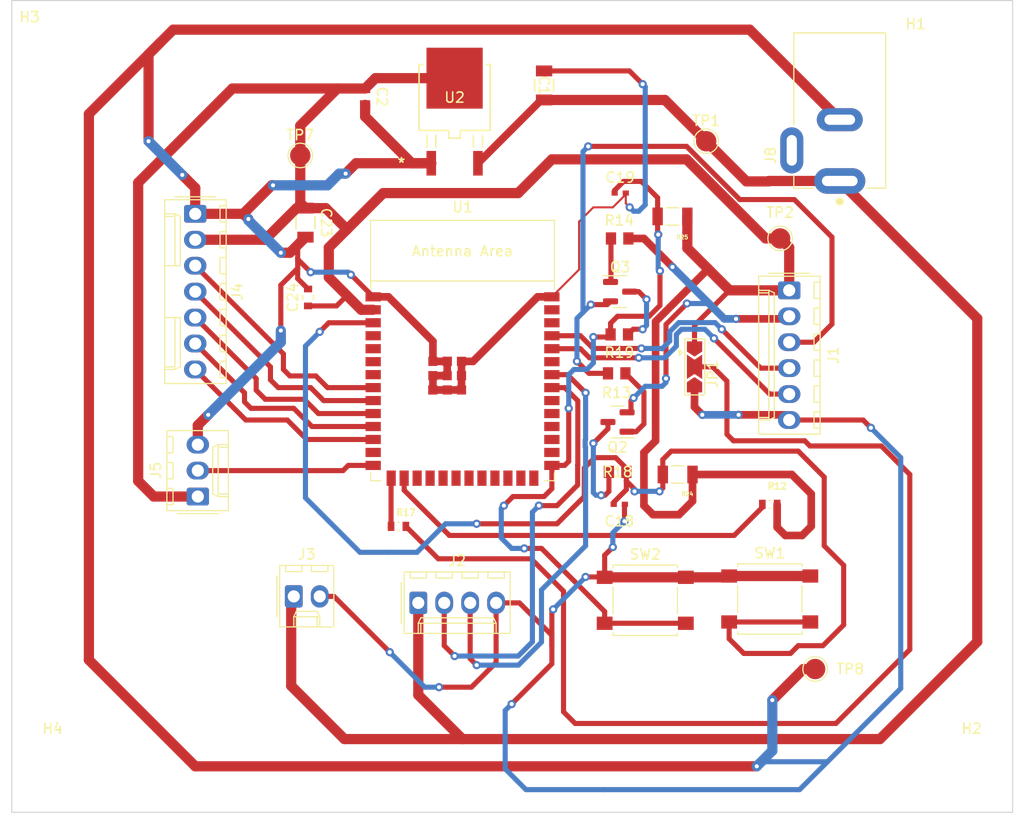
<source format=kicad_pcb>
(kicad_pcb (version 20221018) (generator pcbnew)
  (layers (0 "F.Cu" signal) (31 "B.Cu" signal) (34 "B.Paste" user) (35 "F.Paste" user) (36 "B.SilkS" user "B.Silkscreen") (37 "F.SilkS" user "F.Silkscreen") (38 "B.Mask" user) (39 "F.Mask" user) (44 "Edge.Cuts" user))
  (net 0 "")
  (net 1 "GND")
  (net 2 "/CHIP_PU")
  (net 3 "/GPIO0_STRAPPING")
  (net 4 "+3V3")
  (net 5 "+5V")
  (net 6 "/RTS")
  (net 7 "/DTR")
  (net 8 "/TX")
  (net 9 "/RX")
  (net 10 "/RFID_SDA")
  (net 14 "/GPIO3_STRAPPING")
  (net 15 "/GPIO46_STRAPPING")
  (net 22 "/RELAY")
  (net 23 "Net-(Q2-B)")
  (net 24 "Net-(Q2-C)")
  (net 25 "Net-(Q3-B)")
  (net 26 "Net-(Q3-C)")
  (net 31 "/SDA")
  (net 34 "/RFID_MOSI")
  (net 35 "/RFID_MISO")
  (net 36 "/RFID_SCK")
  (net 45 "/RFID_RESET")
  (net 46 "/SCL")
  (net 47 "Net-(JP1-C)")
  (footprint "GRM155R60J105KE19D (1uF C):G-155_MUR" (layer "F.Cu") (at 135.7249 62.23)
    (fp_text reference "C19")
    (fp_text value "1uF")
  )
  (footprint "Connector_Molex:Molex_KK-254_AE-6410-07A_1x07_P2.54mm_Vertical" (layer "F.Cu") (at 94.107 64.262 -90)
    (fp_text reference "J4")
    (fp_text value "Conn_01x07_Male")
  )
  (footprint "Connector_Molex:Molex_KK-254_AE-6410-06A_1x06_P2.54mm_Vertical" (layer "F.Cu") (at 152.273 71.755 -90)
    (fp_text reference "J1")
    (fp_text value "Conn_01x06_Male")
  )
  (footprint "GRM31CR71E106KA12L (10uF C):G-31_MUR" (layer "F.Cu") (at 128.27 51.689 -90)
    (fp_text reference "C1")
    (fp_text value "10uF")
  )
  (footprint "TestPoint:TestPoint_Pad_D2.0mm" (layer "F.Cu") (at 151.384 66.675)
    (fp_text reference "TP2")
    (fp_text value "TestPoint")
  )
  (footprint "TestPoint:TestPoint_Pad_D2.0mm" (layer "F.Cu") (at 154.813 108.839)
    (fp_text reference "TP8")
    (fp_text value "TestPoint")
  )
  (footprint "RV1206FR_07100KL (100k R):RESC3116X65N" (layer "F.Cu") (at 141.351 89.789 180)
    (fp_text reference "R24")
    (fp_text value "100k")
  )
  (footprint "Connector_Molex:Molex_KK-254_AE-6410-02A_1x02_P2.54mm_Vertical" (layer "F.Cu") (at 103.759 101.727)
    (fp_text reference "J3")
    (fp_text value "Conn_01x02_Male")
  )
  (footprint "PJ_058A-3:CUI_PJ-058A" (layer "F.Cu") (at 157.226 61.046 90)
    (fp_text reference "J8")
    (fp_text value "PJ-058A")
  )
  (footprint "Connector_Molex:Molex_KK-254_AE-6410-03A_1x03_P2.54mm_Vertical" (layer "F.Cu") (at 94.361 91.948 90)
    (fp_text reference "J5")
    (fp_text value "Conn_01x03_Male")
  )
  (footprint "Button_Switch_SMD:SW_SPST_B3S-1000" (layer "F.Cu") (at 138.176 102.108)
    (fp_text reference "SW2")
    (fp_text value "SW_Push")
  )
  (footprint "AZ1117CD-3.3TRG1:TO252-2-3.3V_DIO" (layer "F.Cu") (at 119.507 52.8701)
    (fp_text reference "U2")
    (fp_text value "AZ1117CD-3.3TRG1")
  )
  (footprint "GRM31CR71E106KA12L (10uF C):G-31_MUR" (layer "F.Cu") (at 104.902 65.1256 -90)
    (fp_text reference "C23")
    (fp_text value "10uF")
  )
  (footprint "TestPoint:TestPoint_Pad_D2.0mm" (layer "F.Cu") (at 144.145 57.15)
    (fp_text reference "TP1")
    (fp_text value "TestPoint")
  )
  (footprint "Jumper:SolderJumper-3_P2.0mm_Open_TrianglePad1.0x1.5mm" (layer "F.Cu") (at 143.002 79.248 -90)
    (fp_text reference "JP1")
    (fp_text value "SolderJumper_3_Open")
  )
  (footprint "MountingHole:MountingHole_3.2mm_M3" (layer "F.Cu") (at 80.137 118.872)
    (fp_text reference "H4")
    (fp_text value "MountingHole")
  )
  (footprint "GRM188R61A226ME15D (22uF C):CAP_GRM18ME15D_1P6XP8_MUR" (layer "F.Cu") (at 110.744 52.7912 -90)
    (fp_text reference "C2")
    (fp_text value "22uF")
  )
  (footprint "ERJ_PA3J102V (1k R):RES_ERJPA3J102V" (layer "F.Cu") (at 150.368 92.71)
    (fp_text reference "R12")
    (fp_text value "1k")
  )
  (footprint "Button_Switch_SMD:SW_SPST_B3S-1000" (layer "F.Cu") (at 150.368 101.981)
    (fp_text reference "SW1")
    (fp_text value "SW_Push")
  )
  (footprint "Package_TO_SOT_SMD:SOT-23" (layer "F.Cu") (at 135.4605 84.648 180)
    (fp_text reference "Q2")
    (fp_text value "SS8050-G")
  )
  (footprint "PCM_Espressif:ESP32-S3-WROOM-1" (layer "F.Cu") (at 120.282 80.65)
    (fp_text reference "U1")
    (fp_text value "ESP32-S3-WROOM-1")
  )
  (footprint "MountingHole:MountingHole_3.2mm_M3" (layer "F.Cu") (at 170.137 118.872)
    (fp_text reference "H2")
    (fp_text value "MountingHole")
  )
  (footprint "ERJ_P06J103V (10k R):RC0805N_PAN" (layer "F.Cu") (at 135.636 76.073 180)
    (fp_text reference "R19")
    (fp_text value "10k")
  )
  (footprint "ERJ_P06J103V (10k R):RC0805N_PAN" (layer "F.Cu") (at 135.382 79.883)
    (fp_text reference "R13")
    (fp_text value "10k")
  )
  (footprint "Package_TO_SOT_SMD:SOT-23" (layer "F.Cu") (at 135.7145 71.882)
    (fp_text reference "Q3")
    (fp_text value "SS8050-G")
  )
  (footprint "MountingHole:MountingHole_3.2mm_M3" (layer "F.Cu") (at 170.137 47.372)
    (fp_text reference "H1")
    (fp_text value "MountingHole")
  )
  (footprint "CL10B104KA8NNNC (100nF pt2 C):CAP_CL10_SAM" (layer "F.Cu") (at 105.156 72.4512 90)
    (fp_text reference "C24")
    (fp_text value "100nF")
  )
  (footprint "RV1206FR_07100KL (100k R):RESC3116X65N" (layer "F.Cu") (at 140.843 64.516 180)
    (fp_text reference "R25")
    (fp_text value "100k")
  )
  (footprint "Connector_Molex:Molex_KK-254_AE-6410-04A_1x04_P2.54mm_Vertical" (layer "F.Cu") (at 115.951 102.362)
    (fp_text reference "J2")
    (fp_text value "Conn_01x04_Male")
  )
  (footprint "GRM155R60J105KE19D (1uF C):G-155_MUR" (layer "F.Cu") (at 135.636 92.71)
    (fp_text reference "C18")
    (fp_text value "1uF")
  )
  (footprint "ERJ_P06J103V (10k R):RC0805N_PAN" (layer "F.Cu") (at 135.472799 89.535)
    (fp_text reference "R18")
    (fp_text value "10k")
  )
  (footprint "TestPoint:TestPoint_Pad_D2.0mm" (layer "F.Cu") (at 104.394 58.547)
    (fp_text reference "TP7")
    (fp_text value "TestPoint")
  )
  (footprint "ERJ_PA3J102V (1k R):RES_ERJPA3J102V" (layer "F.Cu") (at 114.009 94.869)
    (fp_text reference "R17")
    (fp_text value "1k")
  )
  (footprint "ERJ_P06J103V (10k R):RC0805N_PAN" (layer "F.Cu") (at 135.672201 66.675 180)
    (fp_text reference "R14")
    (fp_text value "10k")
  )
  (footprint "MountingHole:MountingHole_3.2mm_M3" (layer "F.Cu") (at 80.137 47.372)
    (fp_text reference "H3")
    (fp_text value "MountingHole")
  )
  (gr_rect (start 76.137 43.372) (end 174.154 122.872) (stroke (width 0.1)) (fill none) (layer "Edge.Cuts"))
  (segment (start 94.107 64.262) (end 98.806 64.262) (width 1) (layer "F.Cu") (net 1))
  (segment (start 102.489 71.247) (end 102.489 75.692) (width 0.5) (layer "F.Cu") (net 1))
  (segment (start 149.098 118.364) (end 94.107 118.364) (width 1) (layer "F.Cu") (net 1))
  (segment (start 123.571 102.362) (end 125.857 102.362) (width 0.5) (layer "F.Cu") (net 1))
  (segment (start 117.382 80.11) (end 117.382 81.51) (width 0.75) (layer "F.Cu") (net 1))
  (segment (start 104.14 68.707) (end 104.14 67.31) (width 0.5) (layer "F.Cu") (net 1))
  (segment (start 133.096 63.627) (end 135.001 63.627) (width 0.2) (layer "F.Cu") (net 1))
  (segment (start 120.182 80.11) (end 120.182 78.71) (width 0.75) (layer "F.Cu") (net 1))
  (segment (start 147.32 83.947) (end 151.765 83.947) (width 0.75) (layer "F.Cu") (net 1))
  (segment (start 109.373 70.231) (end 111.532 72.39) (width 0.5) (layer "F.Cu") (net 1))
  (segment (start 104.14 69.596) (end 104.14 68.707) (width 0.5) (layer "F.Cu") (net 1))
  (segment (start 105.156 71.6234) (end 104.14 70.6074) (width 0.5) (layer "F.Cu") (net 1))
  (segment (start 160.274 85.217) (end 159.512 84.455) (width 0.5) (layer "F.Cu") (net 1))
  (segment (start 104.14 67.31) (end 104.394 67.056) (width 0.5) (layer "F.Cu") (net 1))
  (segment (start 121.158 110.617) (end 117.983 110.617) (width 0.5) (layer "F.Cu") (net 1))
  (segment (start 104.14 68.707) (end 105.41 69.977) (width 0.5) (layer "F.Cu") (net 1))
  (segment (start 120.182 78.71) (end 121.315 78.71) (width 0.75) (layer "F.Cu") (net 1))
  (segment (start 103.378 68.072) (end 104.394 67.056) (width 1) (layer "F.Cu") (net 1))
  (segment (start 117.382 81.51) (end 118.782 81.51) (width 0.75) (layer "F.Cu") (net 1))
  (segment (start 104.14 70.6074) (end 104.14 69.596) (width 0.5) (layer "F.Cu") (net 1))
  (segment (start 89.535 48.641) (end 90.6145 47.5615) (width 1) (layer "F.Cu") (net 1))
  (segment (start 109.347 70.231) (end 109.373 70.231) (width 0.5) (layer "F.Cu") (net 1))
  (segment (start 104.14 69.596) (end 102.489 71.247) (width 0.5) (layer "F.Cu") (net 1))
  (segment (start 111.532 72.39) (end 111.832 72.39) (width 0.2) (layer "F.Cu") (net 1))
  (segment (start 121.412 110.363) (end 121.158 110.617) (width 0.5) (layer "F.Cu") (net 1))
  (segment (start 121.315 78.71) (end 127.635 72.39) (width 0.75) (layer "F.Cu") (net 1))
  (segment (start 101.6 61.468) (end 98.806 64.262) (width 1) (layer "F.Cu") (net 1))
  (segment (start 120.182 81.51) (end 120.182 80.11) (width 0.75) (layer "F.Cu") (net 1))
  (segment (start 136.271 63.246) (end 136.652 63.627) (width 0.2) (layer "F.Cu") (net 1))
  (segment (start 117.382 76.74) (end 113.032 72.39) (width 0.75) (layer "F.Cu") (net 1))
  (segment (start 146.393 99.731) (end 154.343 99.731) (width 1) (layer "F.Cu") (net 1))
  (segment (start 136.271 62.357) (end 136.271 62.23) (width 0.2) (layer "F.Cu") (net 1))
  (segment (start 123.571 108.204) (end 121.412 110.363) (width 0.5) (layer "F.Cu") (net 1))
  (segment (start 153.67 108.839) (end 150.622 111.887) (width 1) (layer "F.Cu") (net 1))
  (segment (start 94.107 118.364) (end 83.693 107.95) (width 1) (layer "F.Cu") (net 1))
  (segment (start 146.266 99.858) (end 146.393 99.731) (width 1) (layer "F.Cu") (net 1))
  (segment (start 142.151 99.858) (end 146.266 99.858) (width 1) (layer "F.Cu") (net 1))
  (segment (start 148.408 46.228) (end 157.226 55.046) (width 1) (layer "F.Cu") (net 1))
  (segment (start 101.727 61.468) (end 101.6 61.468) (width 1) (layer "F.Cu") (net 1))
  (segment (start 83.693 54.483) (end 90.6145 47.5615) (width 1) (layer "F.Cu") (net 1))
  (segment (start 115.316 59.309) (end 110.744 54.737) (width 1) (layer "F.Cu") (net 1))
  (segment (start 118.782 80.11) (end 117.382 80.11) (width 0.75) (layer "F.Cu") (net 1))
  (segment (start 118.782 81.51) (end 120.182 81.51) (width 0.75) (layer "F.Cu") (net 1))
  (segment (start 129.032 105.537) (end 129.032 106.553) (width 0.5) (layer "F.Cu") (net 1))
  (segment (start 151.765 83.947) (end 152.273 84.455) (width 0.75) (layer "F.Cu") (net 1))
  (segment (start 125.857 102.362) (end 129.032 105.537) (width 0.5) (layer "F.Cu") (net 1))
  (segment (start 134.201 97.701) (end 135.001 96.901) (width 0.5) (layer "F.Cu") (net 1))
  (segment (start 104.394 67.056) (end 104.902 66.548) (width 1) (layer "F.Cu") (net 1))
  (segment (start 117.221 59.309) (end 109.855 59.309) (width 1) (layer "F.Cu") (net 1))
  (segment (start 136.1821 92.71) (end 136.271 92.71) (width 0.2) (layer "F.Cu") (net 1))
  (segment (start 134.201 99.858) (end 134.201 97.701) (width 0.5) (layer "F.Cu") (net 1))
  (segment (start 94.361 84.963) (end 95.377 83.947) (width 1) (layer "F.Cu") (net 1))
  (segment (start 102.489 68.072) (end 103.378 68.072) (width 1) (layer "F.Cu") (net 1))
  (segment (start 129.032 103.124) (end 129.159 102.997) (width 0.5) (layer "F.Cu") (net 1))
  (segment (start 136.271 62.23) (end 136.271 63.246) (width 0.2) (layer "F.Cu") (net 1))
  (segment (start 89.535 57.15) (end 89.535 48.641) (width 1) (layer "F.Cu") (net 1))
  (segment (start 143.002 83.185) (end 143.764 83.947) (width 0.75) (layer "F.Cu") (net 1))
  (segment (start 134.201 99.858) (end 142.151 99.858) (width 1) (layer "F.Cu") (net 1))
  (segment (start 113.157 107.188) (end 107.696 101.727) (width 0.5) (layer "F.Cu") (net 1))
  (segment (start 117.221 59.309) (end 115.316 59.309) (width 1) (layer "F.Cu") (net 1))
  (segment (start 113.032 72.39) (end 111.532 72.39) (width 0.75) (layer "F.Cu") (net 1))
  (segment (start 127.635 72.39) (end 129.032 72.39) (width 0.75) (layer "F.Cu") (net 1))
  (segment (start 83.693 107.95) (end 83.693 54.483) (width 1) (layer "F.Cu") (net 1))
  (segment (start 118.782 78.71) (end 118.782 80.11) (width 0.75) (layer "F.Cu") (net 1))
  (segment (start 123.571 102.362) (end 123.571 108.204) (width 0.5) (layer "F.Cu") (net 1))
  (segment (start 129.032 108.331) (end 125.095 112.268) (width 0.5) (layer "F.Cu") (net 1))
  (segment (start 98.806 64.262) (end 99.314 64.77) (width 1) (layer "F.Cu") (net 1))
  (segment (start 136.144 92.7481) (end 136.1821 92.71) (width 0.5) (layer "F.Cu") (net 1))
  (segment (start 129.032 106.553) (end 129.032 103.124) (width 0.5) (layer "F.Cu") (net 1))
  (segment (start 117.382 78.71) (end 117.382 76.74) (width 0.75) (layer "F.Cu") (net 1))
  (segment (start 91.948 46.228) (end 148.408 46.228) (width 1) (layer "F.Cu") (net 1))
  (segment (start 154.813 108.839) (end 153.67 108.839) (width 1) (layer "F.Cu") (net 1))
  (segment (start 132.334 99.822) (end 134.165 99.822) (width 0.5) (layer "F.Cu") (net 1))
  (segment (start 136.144 94.361) (end 136.144 92.7481) (width 0.5) (layer "F.Cu") (net 1))
  (segment (start 90.6145 47.5615) (end 91.948 46.228) (width 1) (layer "F.Cu") (net 1))
  (segment (start 117.382 78.71) (end 118.782 78.71) (width 0.75) (layer "F.Cu") (net 1))
  (segment (start 143.002 81.248) (end 143.002 83.185) (width 0.75) (layer "F.Cu") (net 1))
  (segment (start 136.6266 50.2666) (end 137.922 51.562) (width 0.5) (layer "F.Cu") (net 1))
  (segment (start 134.165 99.822) (end 134.201 99.858) (width 0.5) (layer "F.Cu") (net 1))
  (segment (start 129.032 106.553) (end 129.032 108.331) (width 0.5) (layer "F.Cu") (net 1))
  (segment (start 107.696 101.727) (end 106.299 101.727) (width 0.5) (layer "F.Cu") (net 1))
  (segment (start 94.107 64.262) (end 94.107 61.722) (width 1) (layer "F.Cu") (net 1))
  (segment (start 129.032 72.39) (end 131.699 69.723) (width 0.2) (layer "F.Cu") (net 1))
  (segment (start 159.512 84.455) (end 152.273 84.455) (width 0.5) (layer "F.Cu") (net 1))
  (segment (start 135.001 63.627) (end 136.271 62.357) (width 0.2) (layer "F.Cu") (net 1))
  (segment (start 131.699 65.024) (end 133.096 63.627) (width 0.2) (layer "F.Cu") (net 1))
  (segment (start 131.699 69.723) (end 131.699 65.024) (width 0.2) (layer "F.Cu") (net 1))
  (segment (start 94.107 61.722) (end 92.837 60.452) (width 1) (layer "F.Cu") (net 1))
  (segment (start 94.361 86.868) (end 94.361 84.963) (width 1) (layer "F.Cu") (net 1))
  (segment (start 110.744 54.737) (end 110.744 53.594) (width 1) (layer "F.Cu") (net 1))
  (segment (start 109.855 59.309) (end 108.839 60.325) (width 1) (layer "F.Cu") (net 1))
  (segment (start 128.27 50.2666) (end 136.6266 50.2666) (width 0.5) (layer "F.Cu") (net 1))
  (via (at 147.32 83.947) (size 0.8) (drill 0.4) (layers "F.Cu" "B.Cu") (net 1))
  (via (at 101.727 61.468) (size 0.8) (drill 0.4) (layers "F.Cu" "B.Cu") (net 1))
  (via (at 160.274 85.217) (size 0.8) (drill 0.4) (layers "F.Cu" "B.Cu") (net 1))
  (via (at 132.334 99.822) (size 0.8) (drill 0.4) (layers "F.Cu" "B.Cu") (net 1))
  (via (at 136.652 63.627) (size 0.8) (drill 0.4) (layers "F.Cu" "B.Cu") (net 1))
  (via (at 105.41 69.977) (size 0.8) (drill 0.4) (layers "F.Cu" "B.Cu") (net 1))
  (via (at 143.764 83.947) (size 0.8) (drill 0.4) (layers "F.Cu" "B.Cu") (net 1))
  (via (at 109.347 70.231) (size 0.8) (drill 0.4) (layers "F.Cu" "B.Cu") (net 1))
  (via (at 102.489 68.072) (size 0.8) (drill 0.4) (layers "F.Cu" "B.Cu") (net 1))
  (via (at 92.837 60.452) (size 0.8) (drill 0.4) (layers "F.Cu" "B.Cu") (net 1))
  (via (at 108.839 60.325) (size 0.8) (drill 0.4) (layers "F.Cu" "B.Cu") (net 1))
  (via (at 136.144 94.361) (size 0.8) (drill 0.4) (layers "F.Cu" "B.Cu") (net 1))
  (via (at 129.159 102.997) (size 0.8) (drill 0.4) (layers "F.Cu" "B.Cu") (net 1))
  (via (at 125.095 112.268) (size 0.8) (drill 0.4) (layers "F.Cu" "B.Cu") (net 1))
  (via (at 99.314 64.77) (size 0.8) (drill 0.4) (layers "F.Cu" "B.Cu") (net 1))
  (via (at 95.377 83.947) (size 0.8) (drill 0.4) (layers "F.Cu" "B.Cu") (net 1))
  (via (at 149.098 118.364) (size 0.8) (drill 0.4) (layers "F.Cu" "B.Cu") (net 1))
  (via (at 102.489 75.692) (size 0.8) (drill 0.4) (layers "F.Cu" "B.Cu") (net 1))
  (via (at 137.922 51.562) (size 0.8) (drill 0.4) (layers "F.Cu" "B.Cu") (net 1))
  (via (at 113.157 107.188) (size 0.8) (drill 0.4) (layers "F.Cu" "B.Cu") (net 1))
  (via (at 135.001 96.901) (size 0.8) (drill 0.4) (layers "F.Cu" "B.Cu") (net 1))
  (via (at 89.535 57.15) (size 0.8) (drill 0.4) (layers "F.Cu" "B.Cu") (net 1))
  (via (at 117.983 110.617) (size 0.8) (drill 0.4) (layers "F.Cu" "B.Cu") (net 1))
  (via (at 150.622 111.887) (size 0.8) (drill 0.4) (layers "F.Cu" "B.Cu") (net 1))
  (segment (start 117.983 110.617) (end 116.586 110.617) (width 0.5) (layer "B.Cu") (net 1))
  (segment (start 116.586 110.617) (end 113.157 107.188) (width 0.5) (layer "B.Cu") (net 1))
  (segment (start 135.001 96.901) (end 135.001 95.504) (width 0.5) (layer "B.Cu") (net 1))
  (segment (start 138.176 63.373) (end 138.176 51.816) (width 0.5) (layer "B.Cu") (net 1))
  (segment (start 107.442 61.087) (end 107.061 61.468) (width 1) (layer "B.Cu") (net 1))
  (segment (start 138.176 51.816) (end 137.922 51.562) (width 0.5) (layer "B.Cu") (net 1))
  (segment (start 105.41 69.977) (end 109.093 69.977) (width 0.5) (layer "B.Cu") (net 1))
  (segment (start 143.764 83.947) (end 147.32 83.947) (width 0.75) (layer "B.Cu") (net 1))
  (segment (start 108.204 60.325) (end 107.442 61.087) (width 1) (layer "B.Cu") (net 1))
  (segment (start 153.289 120.65) (end 156.0195 117.9195) (width 0.5) (layer "B.Cu") (net 1))
  (segment (start 125.095 112.268) (end 124.46 112.903) (width 0.5) (layer "B.Cu") (net 1))
  (segment (start 163.195 110.744) (end 163.195 88.138) (width 0.5) (layer "B.Cu") (net 1))
  (segment (start 136.652 63.627) (end 137.033 64.008) (width 0.5) (layer "B.Cu") (net 1))
  (segment (start 150.622 111.887) (end 150.622 116.84) (width 1) (layer "B.Cu") (net 1))
  (segment (start 137.541 64.008) (end 138.176 63.373) (width 0.5) (layer "B.Cu") (net 1))
  (segment (start 102.489 76.835) (end 102.489 75.692) (width 1) (layer "B.Cu") (net 1))
  (segment (start 99.314 64.897) (end 102.489 68.072) (width 1) (layer "B.Cu") (net 1))
  (segment (start 156.0195 117.9195) (end 163.195 110.744) (width 0.5) (layer "B.Cu") (net 1))
  (segment (start 99.314 64.77) (end 99.314 64.897) (width 1) (layer "B.Cu") (net 1))
  (segment (start 149.5425 117.9195) (end 149.098 118.364) (width 0.5) (layer "B.Cu") (net 1))
  (segment (start 156.0195 117.9195) (end 149.5425 117.9195) (width 0.5) (layer "B.Cu") (net 1))
  (segment (start 107.061 61.468) (end 101.727 61.468) (width 1) (layer "B.Cu") (net 1))
  (segment (start 129.159 102.997) (end 132.334 99.822) (width 0.5) (layer "B.Cu") (net 1))
  (segment (start 150.622 116.84) (end 149.098 118.364) (width 1) (layer "B.Cu") (net 1))
  (segment (start 134.112 120.65) (end 153.289 120.65) (width 0.5) (layer "B.Cu") (net 1))
  (segment (start 135.001 95.504) (end 136.144 94.361) (width 0.5) (layer "B.Cu") (net 1))
  (segment (start 92.837 60.452) (end 89.535 57.15) (width 1) (layer "B.Cu") (net 1))
  (segment (start 124.46 112.903) (end 124.46 118.618) (width 0.5) (layer "B.Cu") (net 1))
  (segment (start 95.377 83.947) (end 102.489 76.835) (width 1) (layer "B.Cu") (net 1))
  (segment (start 108.839 60.325) (end 108.204 60.325) (width 1) (layer "B.Cu") (net 1))
  (segment (start 109.093 69.977) (end 109.347 70.231) (width 0.5) (layer "B.Cu") (net 1))
  (segment (start 126.492 120.65) (end 134.112 120.65) (width 0.5) (layer "B.Cu") (net 1))
  (segment (start 124.46 118.618) (end 126.492 120.65) (width 0.5) (layer "B.Cu") (net 1))
  (segment (start 163.195 88.138) (end 160.274 85.217) (width 0.5) (layer "B.Cu") (net 1))
  (segment (start 137.033 64.008) (end 137.541 64.008) (width 0.5) (layer "B.Cu") (net 1))
  (segment (start 139.896 91.117) (end 139.573 91.44) (width 0.5) (layer "F.Cu") (net 2))
  (segment (start 129.54 94.615) (end 121.666 94.615) (width 0.5) (layer "F.Cu") (net 2))
  (segment (start 146.393 105.88) (end 147.828 107.315) (width 0.5) (layer "F.Cu") (net 2))
  (segment (start 139.896 88.323) (end 139.896 89.789) (width 0.5) (layer "F.Cu") (net 2))
  (segment (start 136.325598 90.424) (end 136.325598 89.535) (width 0.5) (layer "F.Cu") (net 2))
  (segment (start 106.299 75.819) (end 107.188 74.93) (width 0.5) (layer "F.Cu") (net 2))
  (segment (start 107.188 74.93) (end 111.532 74.93) (width 0.5) (layer "F.Cu") (net 2))
  (segment (start 137.1245 91.44) (end 137.1245 91.222902) (width 0.5) (layer "F.Cu") (net 2))
  (segment (start 157.607 98.679) (end 155.702 96.774) (width 0.5) (layer "F.Cu") (net 2))
  (segment (start 135.277751 88.138) (end 133.223 88.138) (width 0.5) (layer "F.Cu") (net 2))
  (segment (start 132.207 89.154) (end 132.207 91.948) (width 0.5) (layer "F.Cu") (net 2))
  (segment (start 136.325598 91.273148) (end 136.325598 90.424) (width 0.5) (layer "F.Cu") (net 2))
  (segment (start 132.207 91.948) (end 129.54 94.615) (width 0.5) (layer "F.Cu") (net 2))
  (segment (start 135.0899 92.71) (end 135.0899 92.508846) (width 0.5) (layer "F.Cu") (net 2))
  (segment (start 155.702 96.774) (end 155.702 90.043) (width 0.5) (layer "F.Cu") (net 2))
  (segment (start 136.325598 89.535) (end 136.325598 89.185847) (width 0.5) (layer "F.Cu") (net 2))
  (segment (start 139.896 89.789) (end 139.896 91.117) (width 0.5) (layer "F.Cu") (net 2))
  (segment (start 146.393 104.231) (end 154.343 104.231) (width 0.5) (layer "F.Cu") (net 2))
  (segment (start 153.162 87.503) (end 140.716 87.503) (width 0.5) (layer "F.Cu") (net 2))
  (segment (start 136.325598 89.185847) (end 135.277751 88.138) (width 0.5) (layer "F.Cu") (net 2))
  (segment (start 152.4 107.315) (end 153.162 106.553) (width 0.5) (layer "F.Cu") (net 2))
  (segment (start 135.0899 92.508846) (end 136.325598 91.273148) (width 0.5) (layer "F.Cu") (net 2))
  (segment (start 153.162 106.553) (end 155.575 106.553) (width 0.5) (layer "F.Cu") (net 2))
  (segment (start 140.716 87.503) (end 139.896 88.323) (width 0.5) (layer "F.Cu") (net 2))
  (segment (start 155.702 90.043) (end 153.162 87.503) (width 0.5) (layer "F.Cu") (net 2))
  (segment (start 157.607 104.521) (end 157.607 98.679) (width 0.5) (layer "F.Cu") (net 2))
  (segment (start 133.223 88.138) (end 132.207 89.154) (width 0.5) (layer "F.Cu") (net 2))
  (segment (start 155.575 106.553) (end 157.607 104.521) (width 0.5) (layer "F.Cu") (net 2))
  (segment (start 147.828 107.315) (end 152.4 107.315) (width 0.5) (layer "F.Cu") (net 2))
  (segment (start 146.393 104.231) (end 146.393 105.88) (width 0.5) (layer "F.Cu") (net 2))
  (segment (start 137.1245 91.222902) (end 136.325598 90.424) (width 0.5) (layer "F.Cu") (net 2))
  (via (at 106.299 75.819) (size 0.8) (drill 0.4) (layers "F.Cu" "B.Cu") (net 2))
  (via (at 137.1245 91.44) (size 0.8) (drill 0.4) (layers "F.Cu" "B.Cu") (net 2))
  (via (at 139.573 91.44) (size 0.8) (drill 0.4) (layers "F.Cu" "B.Cu") (net 2))
  (via (at 121.666 94.615) (size 0.8) (drill 0.4) (layers "F.Cu" "B.Cu") (net 2))
  (segment (start 139.573 91.44) (end 137.1245 91.44) (width 0.5) (layer "B.Cu") (net 2))
  (segment (start 110.236 97.409) (end 104.902 92.075) (width 0.5) (layer "B.Cu") (net 2))
  (segment (start 115.951 97.282) (end 115.824 97.409) (width 0.5) (layer "B.Cu") (net 2))
  (segment (start 112.903 97.409) (end 110.236 97.409) (width 0.5) (layer "B.Cu") (net 2))
  (segment (start 104.902 92.075) (end 104.902 77.216) (width 0.5) (layer "B.Cu") (net 2))
  (segment (start 121.666 94.615) (end 118.618 94.615) (width 0.5) (layer "B.Cu") (net 2))
  (segment (start 118.618 94.615) (end 115.951 97.282) (width 0.5) (layer "B.Cu") (net 2))
  (segment (start 115.824 97.409) (end 112.903 97.409) (width 0.5) (layer "B.Cu") (net 2))
  (segment (start 104.902 77.216) (end 106.299 75.819) (width 0.5) (layer "B.Cu") (net 2))
  (segment (start 129.032 88.9) (end 130.282 88.9) (width 0.5) (layer "F.Cu") (net 3))
  (segment (start 129.032 91.186) (end 129.032 88.9) (width 0.5) (layer "F.Cu") (net 3))
  (segment (start 134.201 104.358) (end 142.151 104.358) (width 0.5) (layer "F.Cu") (net 3))
  (segment (start 134.783201 74.973001) (end 134.783201 76.073) (width 0.5) (layer "F.Cu") (net 3))
  (segment (start 124.333 92.837) (end 125.222 91.948) (width 0.5) (layer "F.Cu") (net 3))
  (segment (start 139.617779 73.234221) (end 138.557 74.295) (width 0.5) (layer "F.Cu") (net 3))
  (segment (start 130.683 88.499) (end 130.683 83.312) (width 0.5) (layer "F.Cu") (net 3))
  (segment (start 130.282 88.9) (end 130.683 88.499) (width 0.5) (layer "F.Cu") (net 3))
  (segment (start 128.021 97.028) (end 126.3275 97.028) (width 0.5) (layer "F.Cu") (net 3))
  (segment (start 139.388 66.236) (end 139.446 66.294) (width 0.5) (layer "F.Cu") (net 3))
  (segment (start 133.096 76.327) (end 134.529201 76.327) (width 0.5) (layer "F.Cu") (net 3))
  (segment (start 139.388 64.516) (end 139.388 66.236) (width 0.5) (layer "F.Cu") (net 3))
  (segment (start 134.201 103.208) (end 128.021 97.028) (width 0.5) (layer "F.Cu") (net 3))
  (segment (start 135.1788 62.23) (end 135.1788 61.9634) (width 0.5) (layer "F.Cu") (net 3))
  (segment (start 139.388 62.68) (end 139.388 64.516) (width 0.5) (layer "F.Cu") (net 3))
  (segment (start 128.27 91.948) (end 129.032 91.186) (width 0.5) (layer "F.Cu") (net 3))
  (segment (start 138.557 74.295) (end 135.461202 74.295) (width 0.5) (layer "F.Cu") (net 3))
  (segment (start 125.222 91.948) (end 128.27 91.948) (width 0.5) (layer "F.Cu") (net 3))
  (segment (start 134.201 104.358) (end 134.201 103.208) (width 0.5) (layer "F.Cu") (net 3))
  (segment (start 139.617779 69.85) (end 139.617779 73.234221) (width 0.5) (layer "F.Cu") (net 3))
  (segment (start 135.1788 61.9634) (end 136.0552 61.087) (width 0.5) (layer "F.Cu") (net 3))
  (segment (start 136.0552 61.087) (end 137.795 61.087) (width 0.5) (layer "F.Cu") (net 3))
  (segment (start 134.529201 76.327) (end 134.783201 76.073) (width 0.5) (layer "F.Cu") (net 3))
  (segment (start 137.795 61.087) (end 139.388 62.68) (width 0.5) (layer "F.Cu") (net 3))
  (segment (start 135.461202 74.295) (end 134.783201 74.973001) (width 0.5) (layer "F.Cu") (net 3))
  (via (at 124.333 92.837) (size 0.8) (drill 0.4) (layers "F.Cu" "B.Cu") (net 3))
  (via (at 139.617779 69.85) (size 0.8) (drill 0.4) (layers "F.Cu" "B.Cu") (net 3))
  (via (at 130.683 83.312) (size 0.8) (drill 0.4) (layers "F.Cu" "B.Cu") (net 3))
  (via (at 139.446 66.294) (size 0.8) (drill 0.4) (layers "F.Cu" "B.Cu") (net 3))
  (via (at 126.3275 97.028) (size 0.8) (drill 0.4) (layers "F.Cu" "B.Cu") (net 3))
  (via (at 133.096 76.327) (size 0.8) (drill 0.4) (layers "F.Cu" "B.Cu") (net 3))
  (segment (start 133.096 78.867) (end 133.096 76.327) (width 0.5) (layer "B.Cu") (net 3))
  (segment (start 130.683 83.312) (end 130.683 80.01) (width 0.5) (layer "B.Cu") (net 3))
  (segment (start 124.079 93.091) (end 124.333 92.837) (width 0.5) (layer "B.Cu") (net 3))
  (segment (start 124.079 96.012) (end 124.079 93.091) (width 0.5) (layer "B.Cu") (net 3))
  (segment (start 132.461 79.502) (end 133.096 78.867) (width 0.5) (layer "B.Cu") (net 3))
  (segment (start 130.683 80.01) (end 131.191 79.502) (width 0.5) (layer "B.Cu") (net 3))
  (segment (start 125.095 97.028) (end 124.079 96.012) (width 0.5) (layer "B.Cu") (net 3))
  (segment (start 126.3275 97.028) (end 125.095 97.028) (width 0.5) (layer "B.Cu") (net 3))
  (segment (start 139.617779 69.85) (end 139.446 69.678221) (width 0.5) (layer "B.Cu") (net 3))
  (segment (start 139.446 69.678221) (end 139.446 66.294) (width 0.5) (layer "B.Cu") (net 3))
  (segment (start 131.191 79.502) (end 132.461 79.502) (width 0.5) (layer "B.Cu") (net 3))
  (segment (start 138.049 92.837) (end 138.049 87.63) (width 0.75) (layer "F.Cu") (net 4))
  (segment (start 143.002 77.248) (end 143.002 75.184) (width 0.5) (layer "F.Cu") (net 4))
  (segment (start 138.938 93.726) (end 138.049 92.837) (width 0.75) (layer "F.Cu") (net 4))
  (segment (start 151.093 94.959) (end 151.892 95.758) (width 0.75) (layer "F.Cu") (net 4))
  (segment (start 88.519 90.424) (end 90.043 91.948) (width 1) (layer "F.Cu") (net 4))
  (segment (start 108.966 65.786) (end 107.188 67.564) (width 1) (layer "F.Cu") (net 4))
  (segment (start 125.73 62.23) (end 112.522 62.23) (width 1) (layer "F.Cu") (net 4))
  (segment (start 97.7446 51.9884) (end 88.519 61.214) (width 1) (layer "F.Cu") (net 4))
  (segment (start 154.432 91.694) (end 152.527 89.789) (width 0.75) (layer "F.Cu") (net 4))
  (segment (start 104.394 58.547) (end 104.394 55.626) (width 1) (layer "F.Cu") (net 4))
  (segment (start 152.527 89.789) (end 142.806 89.789) (width 0.75) (layer "F.Cu") (net 4))
  (segment (start 112.522 62.23) (end 108.966 65.786) (width 1) (layer "F.Cu") (net 4))
  (segment (start 141.478 93.726) (end 138.938 93.726) (width 0.75) (layer "F.Cu") (net 4))
  (segment (start 119.507 50.9778) (end 111.7546 50.9778) (width 1) (layer "F.Cu") (net 4))
  (segment (start 111.7546 50.9778) (end 110.744 51.9884) (width 1) (layer "F.Cu") (net 4))
  (segment (start 142.298 67.622) (end 144.3355 69.6595) (width 1) (layer "F.Cu") (net 4))
  (segment (start 154.432 94.869) (end 154.432 91.694) (width 0.75) (layer "F.Cu") (net 4))
  (segment (start 104.394 58.547) (end 104.394 63.1952) (width 1) (layer "F.Cu") (net 4))
  (segment (start 151.384 66.675) (end 149.969787 66.675) (width 1) (layer "F.Cu") (net 4))
  (segment (start 142.806 89.789) (end 142.806 92.398) (width 0.75) (layer "F.Cu") (net 4))
  (segment (start 146.431 71.755) (end 152.273 71.755) (width 1) (layer "F.Cu") (net 4))
  (segment (start 129.032 58.928) (end 125.73 62.23) (width 1) (layer "F.Cu") (net 4))
  (segment (start 138.049 87.63) (end 139.192 86.487) (width 0.75) (layer "F.Cu") (net 4))
  (segment (start 143.002 75.184) (end 146.431 71.755) (width 0.5) (layer "F.Cu") (net 4))
  (segment (start 106.8832 63.7032) (end 108.966 65.786) (width 1) (layer "F.Cu") (net 4))
  (segment (start 142.298 64.516) (end 142.298 67.622) (width 1) (layer "F.Cu") (net 4))
  (segment (start 139.192 86.487) (end 139.192 74.803) (width 0.75) (layer "F.Cu") (net 4))
  (segment (start 104.902 63.7032) (end 106.8832 63.7032) (width 1) (layer "F.Cu") (net 4))
  (segment (start 142.222787 58.928) (end 129.032 58.928) (width 1) (layer "F.Cu") (net 4))
  (segment (start 107.188 70.485) (end 108.966 72.263) (width 1) (layer "F.Cu") (net 4))
  (segment (start 149.969787 66.675) (end 142.222787 58.928) (width 1) (layer "F.Cu") (net 4))
  (segment (start 90.043 91.948) (end 94.361 91.948) (width 1) (layer "F.Cu") (net 4))
  (segment (start 100.930992 66.802) (end 104.029792 63.7032) (width 1) (layer "F.Cu") (net 4))
  (segment (start 88.519 61.214) (end 88.519 90.424) (width 1) (layer "F.Cu") (net 4))
  (segment (start 142.806 92.398) (end 141.478 93.726) (width 0.75) (layer "F.Cu") (net 4))
  (segment (start 104.394 55.626) (end 108.0316 51.9884) (width 1) (layer "F.Cu") (net 4))
  (segment (start 151.892 95.758) (end 153.543 95.758) (width 0.75) (layer "F.Cu") (net 4))
  (segment (start 110.363 73.66) (end 111.532 73.66) (width 1) (layer "F.Cu") (net 4))
  (segment (start 107.188 67.564) (end 107.188 70.485) (width 1) (layer "F.Cu") (net 4))
  (segment (start 108.0316 51.9884) (end 110.744 51.9884) (width 1) (layer "F.Cu") (net 4))
  (segment (start 144.3355 69.6595) (end 146.431 71.755) (width 1) (layer "F.Cu") (net 4))
  (segment (start 152.273 67.564) (end 151.384 66.675) (width 1) (layer "F.Cu") (net 4))
  (segment (start 104.029792 63.7032) (end 104.902 63.7032) (width 1) (layer "F.Cu") (net 4))
  (segment (start 152.273 71.755) (end 152.273 67.564) (width 1) (layer "F.Cu") (net 4))
  (segment (start 105.156 73.279) (end 107.95 73.279) (width 0.5) (layer "F.Cu") (net 4))
  (segment (start 108.0316 51.9884) (end 97.7446 51.9884) (width 1) (layer "F.Cu") (net 4))
  (segment (start 94.107 66.802) (end 100.930992 66.802) (width 1) (layer "F.Cu") (net 4))
  (segment (start 139.192 74.803) (end 144.3355 69.6595) (width 0.75) (layer "F.Cu") (net 4))
  (segment (start 151.093 92.71) (end 151.093 94.959) (width 0.75) (layer "F.Cu") (net 4))
  (segment (start 107.95 73.279) (end 108.966 72.263) (width 0.5) (layer "F.Cu") (net 4))
  (segment (start 108.966 72.263) (end 110.363 73.66) (width 1) (layer "F.Cu") (net 4))
  (segment (start 104.394 63.1952) (end 104.902 63.7032) (width 1) (layer "F.Cu") (net 4))
  (segment (start 153.543 95.758) (end 154.432 94.869) (width 0.75) (layer "F.Cu") (net 4))
  (segment (start 103.505 110.49) (end 103.505 101.981) (width 1) (layer "F.Cu") (net 5))
  (segment (start 150.241 61.087) (end 150.282 61.046) (width 1) (layer "F.Cu") (net 5))
  (segment (start 103.505 101.981) (end 103.759 101.727) (width 1) (layer "F.Cu") (net 5))
  (segment (start 150.282 61.046) (end 157.226 61.046) (width 1) (layer "F.Cu") (net 5))
  (segment (start 121.793 59.309) (end 127.9906 53.1114) (width 0.75) (layer "F.Cu") (net 5))
  (segment (start 170.688 74.508) (end 170.688 106.172) (width 1) (layer "F.Cu") (net 5))
  (segment (start 144.145 57.15) (end 148.082 61.087) (width 1) (layer "F.Cu") (net 5))
  (segment (start 108.712 115.697) (end 103.505 110.49) (width 1) (layer "F.Cu") (net 5))
  (segment (start 157.226 61.046) (end 170.688 74.508) (width 1) (layer "F.Cu") (net 5))
  (segment (start 103.124 102.362) (end 103.759 101.727) (width 0.5) (layer "F.Cu") (net 5))
  (segment (start 127.9906 53.1114) (end 128.27 53.1114) (width 0.75) (layer "F.Cu") (net 5))
  (segment (start 148.082 61.087) (end 150.241 61.087) (width 1) (layer "F.Cu") (net 5))
  (segment (start 128.27 53.1114) (end 140.1064 53.1114) (width 1) (layer "F.Cu") (net 5))
  (segment (start 170.688 106.172) (end 161.163 115.697) (width 1) (layer "F.Cu") (net 5))
  (segment (start 161.163 115.697) (end 120.269 115.697) (width 1) (layer "F.Cu") (net 5))
  (segment (start 115.951 111.379) (end 115.951 102.362) (width 1) (layer "F.Cu") (net 5))
  (segment (start 120.269 115.697) (end 108.712 115.697) (width 1) (layer "F.Cu") (net 5))
  (segment (start 120.269 115.697) (end 115.951 111.379) (width 1) (layer "F.Cu") (net 5))
  (segment (start 140.1064 53.1114) (end 144.145 57.15) (width 1) (layer "F.Cu") (net 5))
  (segment (start 136.779 82.55) (end 137.033 82.296) (width 0.5) (layer "F.Cu") (net 6))
  (segment (start 147.066 74.549) (end 152.019 74.549) (width 0.75) (layer "F.Cu") (net 6))
  (segment (start 138.049 66.675) (end 140.843 69.469) (width 0.75) (layer "F.Cu") (net 6))
  (segment (start 140.208 75.094442) (end 142.258721 73.043721) (width 0.5) (layer "F.Cu") (net 6))
  (segment (start 136.525 66.675) (end 138.049 66.675) (width 0.75) (layer "F.Cu") (net 6))
  (segment (start 136.774 83.698) (end 136.779 83.693) (width 0.5) (layer "F.Cu") (net 6))
  (segment (start 140.208 80.391) (end 140.208 75.094442) (width 0.5) (layer "F.Cu") (net 6))
  (segment (start 136.398 83.698) (end 136.774 83.698) (width 0.5) (layer "F.Cu") (net 6))
  (segment (start 152.019 74.549) (end 152.273 74.295) (width 0.75) (layer "F.Cu") (net 6))
  (segment (start 136.779 83.693) (end 136.779 82.55) (width 0.5) (layer "F.Cu") (net 6))
  (via (at 137.033 82.296) (size 0.8) (drill 0.4) (layers "F.Cu" "B.Cu") (net 6))
  (via (at 142.258721 73.043721) (size 0.8) (drill 0.4) (layers "F.Cu" "B.Cu") (net 6))
  (via (at 147.066 74.549) (size 0.8) (drill 0.4) (layers "F.Cu" "B.Cu") (net 6))
  (via (at 140.843 69.469) (size 0.8) (drill 0.4) (layers "F.Cu" "B.Cu") (net 6))
  (via (at 140.208 80.391) (size 0.8) (drill 0.4) (layers "F.Cu" "B.Cu") (net 6))
  (segment (start 145.923 74.549) (end 146.304 74.549) (width 0.75) (layer "B.Cu") (net 6))
  (segment (start 146.304 74.549) (end 147.066 74.549) (width 0.75) (layer "B.Cu") (net 6))
  (segment (start 142.258721 73.043721) (end 144.380279 73.043721) (width 0.5) (layer "B.Cu") (net 6))
  (segment (start 137.033 82.296) (end 138.176 81.153) (width 0.5) (layer "B.Cu") (net 6))
  (segment (start 144.380279 73.043721) (end 144.399 73.025) (width 0.5) (layer "B.Cu") (net 6))
  (segment (start 138.176 81.153) (end 139.827 81.153) (width 0.5) (layer "B.Cu") (net 6))
  (segment (start 139.827 81.153) (end 140.208 80.772) (width 0.5) (layer "B.Cu") (net 6))
  (segment (start 140.843 69.469) (end 144.399 73.025) (width 0.75) (layer "B.Cu") (net 6))
  (segment (start 144.399 73.025) (end 145.923 74.549) (width 0.75) (layer "B.Cu") (net 6))
  (segment (start 140.208 80.772) (end 140.208 80.391) (width 0.5) (layer "B.Cu") (net 6))
  (segment (start 152.781 62.865) (end 147.432579 62.865) (width 0.5) (layer "F.Cu") (net 7))
  (segment (start 134.529201 79.883) (end 132.668427 79.883) (width 0.5) (layer "F.Cu") (net 7))
  (segment (start 147.432579 62.865) (end 142.225579 57.658) (width 0.5) (layer "F.Cu") (net 7))
  (segment (start 134.457 73.152) (end 134.777 72.832) (width 0.5) (layer "F.Cu") (net 7))
  (segment (start 142.225579 57.658) (end 132.588 57.658) (width 0.5) (layer "F.Cu") (net 7))
  (segment (start 154.686 76.835) (end 156.464 75.057) (width 0.5) (layer "F.Cu") (net 7))
  (segment (start 132.842 73.152) (end 134.457 73.152) (width 0.5) (layer "F.Cu") (net 7))
  (segment (start 132.668427 79.883) (end 131.487927 78.7025) (width 0.5) (layer "F.Cu") (net 7))
  (segment (start 156.464 75.057) (end 156.464 66.548) (width 0.5) (layer "F.Cu") (net 7))
  (segment (start 156.464 66.548) (end 152.781 62.865) (width 0.5) (layer "F.Cu") (net 7))
  (segment (start 152.273 76.835) (end 154.686 76.835) (width 0.5) (layer "F.Cu") (net 7))
  (via (at 132.842 73.152) (size 0.8) (drill 0.4) (layers "F.Cu" "B.Cu") (net 7))
  (via (at 131.487927 78.7025) (size 0.8) (drill 0.4) (layers "F.Cu" "B.Cu") (net 7))
  (via (at 132.588 57.658) (size 0.8) (drill 0.4) (layers "F.Cu" "B.Cu") (net 7))
  (segment (start 131.487927 74.506073) (end 132.08 73.914) (width 0.5) (layer "B.Cu") (net 7))
  (segment (start 131.487927 78.7025) (end 131.487927 74.506073) (width 0.5) (layer "B.Cu") (net 7))
  (segment (start 132.08 73.914) (end 132.842 73.152) (width 0.5) (layer "B.Cu") (net 7))
  (segment (start 132.588 57.658) (end 132.08 58.166) (width 0.5) (layer "B.Cu") (net 7))
  (segment (start 132.08 58.166) (end 132.08 73.914) (width 0.5) (layer "B.Cu") (net 7))
  (segment (start 149.479 79.375) (end 152.273 79.375) (width 0.5) (layer "F.Cu") (net 8))
  (segment (start 133.07203 77.44603) (end 137.801849 77.44603) (width 0.5) (layer "F.Cu") (net 8))
  (segment (start 131.826 76.2) (end 133.07203 77.44603) (width 0.5) (layer "F.Cu") (net 8))
  (segment (start 129.032 76.2) (end 131.826 76.2) (width 0.5) (layer "F.Cu") (net 8))
  (segment (start 145.669 75.565) (end 149.479 79.375) (width 0.5) (layer "F.Cu") (net 8))
  (via (at 145.669 75.565) (size 0.8) (drill 0.4) (layers "F.Cu" "B.Cu") (net 8))
  (via (at 137.801849 77.44603) (size 0.8) (drill 0.4) (layers "F.Cu" "B.Cu") (net 8))
  (segment (start 137.801849 77.44603) (end 139.80303 77.44603) (width 0.5) (layer "B.Cu") (net 8))
  (segment (start 145.019 74.915) (end 145.669 75.565) (width 0.5) (layer "B.Cu") (net 8))
  (segment (start 140.574 76.723) (end 140.574 76.073) (width 0.5) (layer "B.Cu") (net 8))
  (segment (start 140.574 75.803762) (end 141.462762 74.915) (width 0.5) (layer "B.Cu") (net 8))
  (segment (start 141.462762 74.915) (end 145.019 74.915) (width 0.5) (layer "B.Cu") (net 8))
  (segment (start 139.827 77.47) (end 140.574 76.723) (width 0.5) (layer "B.Cu") (net 8))
  (segment (start 140.574 76.073) (end 140.574 75.803762) (width 0.5) (layer "B.Cu") (net 8))
  (segment (start 139.80303 77.44603) (end 139.827 77.47) (width 0.5) (layer "B.Cu") (net 8))
  (segment (start 131.826 77.47) (end 132.715 78.359) (width 0.5) (layer "F.Cu") (net 9))
  (segment (start 132.715 78.359) (end 137.541 78.359) (width 0.5) (layer "F.Cu") (net 9))
  (segment (start 129.032 77.47) (end 131.826 77.47) (width 0.5) (layer "F.Cu") (net 9))
  (segment (start 144.907 76.454) (end 150.368 81.915) (width 0.5) (layer "F.Cu") (net 9))
  (segment (start 150.368 81.915) (end 152.273 81.915) (width 0.5) (layer "F.Cu") (net 9))
  (via (at 144.907 76.454) (size 0.8) (drill 0.4) (layers "F.Cu" "B.Cu") (net 9))
  (via (at 137.541 78.359) (size 0.8) (drill 0.4) (layers "F.Cu" "B.Cu") (net 9))
  (segment (start 141.224 76.073) (end 141.732 75.565) (width 0.5) (layer "B.Cu") (net 9))
  (segment (start 137.541 78.359) (end 140.081 78.359) (width 0.5) (layer "B.Cu") (net 9))
  (segment (start 141.986 75.565) (end 144.018 75.565) (width 0.5) (layer "B.Cu") (net 9))
  (segment (start 141.224 77.216) (end 141.224 76.073) (width 0.5) (layer "B.Cu") (net 9))
  (segment (start 141.732 75.565) (end 141.986 75.565) (width 0.5) (layer "B.Cu") (net 9))
  (segment (start 141.097 77.343) (end 141.224 77.216) (width 0.5) (layer "B.Cu") (net 9))
  (segment (start 140.081 78.359) (end 141.097 77.343) (width 0.5) (layer "B.Cu") (net 9))
  (segment (start 144.018 75.565) (end 144.907 76.454) (width 0.5) (layer "B.Cu") (net 9))
  (segment (start 101.473 80.518) (end 102.235 81.28) (width 0.5) (layer "F.Cu") (net 10))
  (segment (start 105.41 81.28) (end 106.68 82.55) (width 0.5) (layer "F.Cu") (net 10))
  (segment (start 102.235 81.28) (end 105.41 81.28) (width 0.5) (layer "F.Cu") (net 10))
  (segment (start 106.68 82.55) (end 111.532 82.55) (width 0.5) (layer "F.Cu") (net 10))
  (segment (start 94.107 71.882) (end 101.473 79.248) (width 0.5) (layer "F.Cu") (net 10))
  (segment (start 101.473 79.248) (end 101.473 80.518) (width 0.5) (layer "F.Cu") (net 10))
  (segment (start 113.284 94.869) (end 113.284 90.163) (width 0.5) (layer "F.Cu") (net 14))
  (segment (start 113.284 90.163) (end 113.297 90.15) (width 0.5) (layer "F.Cu") (net 14))
  (segment (start 146.886 95.758) (end 118.999 95.758) (width 0.5) (layer "F.Cu") (net 15))
  (segment (start 114.567 91.326) (end 114.567 90.15) (width 0.5) (layer "F.Cu") (net 15))
  (segment (start 118.999 95.758) (end 114.567 91.326) (width 0.5) (layer "F.Cu") (net 15))
  (segment (start 149.643 93.001) (end 146.886 95.758) (width 0.5) (layer "F.Cu") (net 15))
  (segment (start 149.643 92.71) (end 149.643 93.001) (width 0.5) (layer "F.Cu") (net 15))
  (segment (start 108.585 89.408) (end 109.093 88.9) (width 0.5) (layer "F.Cu") (net 22))
  (segment (start 94.361 89.408) (end 108.585 89.408) (width 0.5) (layer "F.Cu") (net 22))
  (segment (start 109.093 88.9) (end 111.532 88.9) (width 0.5) (layer "F.Cu") (net 22))
  (segment (start 137.287 85.598) (end 136.398 85.598) (width 0.5) (layer "F.Cu") (net 23))
  (segment (start 138.049 81.697201) (end 138.049 84.836) (width 0.5) (layer "F.Cu") (net 23))
  (segment (start 136.234799 79.883) (end 138.049 81.697201) (width 0.5) (layer "F.Cu") (net 23))
  (segment (start 138.049 84.836) (end 137.287 85.598) (width 0.5) (layer "F.Cu") (net 23))
  (segment (start 134.523 85.314) (end 133.096 86.741) (width 0.5) (layer "F.Cu") (net 24))
  (segment (start 134.523 84.648) (end 134.523 85.314) (width 0.5) (layer "F.Cu") (net 24))
  (segment (start 134.62 91.44) (end 134.62 89.535) (width 0.5) (layer "F.Cu") (net 24))
  (segment (start 133.858 91.821) (end 134.239 91.821) (width 0.5) (layer "F.Cu") (net 24))
  (segment (start 134.239 91.821) (end 134.62 91.44) (width 0.5) (layer "F.Cu") (net 24))
  (via (at 133.858 91.821) (size 0.8) (drill 0.4) (layers "F.Cu" "B.Cu") (net 24))
  (via (at 133.096 86.741) (size 0.8) (drill 0.4) (layers "F.Cu" "B.Cu") (net 24))
  (segment (start 133.35 91.821) (end 133.096 91.567) (width 0.5) (layer "B.Cu") (net 24))
  (segment (start 133.858 91.821) (end 133.35 91.821) (width 0.5) (layer "B.Cu") (net 24))
  (segment (start 133.096 91.567) (end 133.096 86.741) (width 0.5) (layer "B.Cu") (net 24))
  (segment (start 134.819402 66.675) (end 134.819402 70.889598) (width 0.5) (layer "F.Cu") (net 25))
  (segment (start 134.819402 70.889598) (end 134.777 70.932) (width 0.5) (layer "F.Cu") (net 25))
  (segment (start 136.996799 75.565) (end 136.488799 76.073) (width 0.5) (layer "F.Cu") (net 26))
  (segment (start 136.652 71.882) (end 137.541 71.882) (width 0.5) (layer "F.Cu") (net 26))
  (segment (start 137.922 75.565) (end 136.996799 75.565) (width 0.5) (layer "F.Cu") (net 26))
  (segment (start 137.541 71.882) (end 138.303 72.644) (width 0.5) (layer "F.Cu") (net 26))
  (via (at 137.922 75.565) (size 0.8) (drill 0.4) (layers "F.Cu" "B.Cu") (net 26))
  (via (at 138.303 72.644) (size 0.8) (drill 0.4) (layers "F.Cu" "B.Cu") (net 26))
  (segment (start 138.303 75.184) (end 137.922 75.565) (width 0.5) (layer "B.Cu") (net 26))
  (segment (start 138.303 72.644) (end 138.303 75.184) (width 0.5) (layer "B.Cu") (net 26))
  (segment (start 129.54 92.837) (end 131.557 90.82) (width 0.5) (layer "F.Cu") (net 31))
  (segment (start 131.557 88.884761) (end 131.572 88.869761) (width 0.5) (layer "F.Cu") (net 31))
  (segment (start 118.491 102.362) (end 118.491 106.553) (width 0.5) (layer "F.Cu") (net 31))
  (segment (start 118.491 106.553) (end 119.507 107.569) (width 0.5) (layer "F.Cu") (net 31))
  (segment (start 130.282 81.28) (end 129.032 81.28) (width 0.5) (layer "F.Cu") (net 31))
  (segment (start 131.557 90.82) (end 131.557 88.884761) (width 0.5) (layer "F.Cu") (net 31))
  (segment (start 131.572 82.57) (end 130.282 81.28) (width 0.5) (layer "F.Cu") (net 31))
  (segment (start 131.572 88.869761) (end 131.572 82.57) (width 0.5) (layer "F.Cu") (net 31))
  (segment (start 127.762 92.837) (end 129.54 92.837) (width 0.5) (layer "F.Cu") (net 31))
  (via (at 119.507 107.569) (size 0.8) (drill 0.4) (layers "F.Cu" "B.Cu") (net 31))
  (via (at 127.762 92.837) (size 0.8) (drill 0.4) (layers "F.Cu" "B.Cu") (net 31))
  (segment (start 127.127 106.172) (end 127.127 93.472) (width 0.5) (layer "B.Cu") (net 31))
  (segment (start 119.507 107.569) (end 125.73 107.569) (width 0.5) (layer "B.Cu") (net 31))
  (segment (start 127.127 93.472) (end 127.762 92.837) (width 0.5) (layer "B.Cu") (net 31))
  (segment (start 125.73 107.569) (end 127.127 106.172) (width 0.5) (layer "B.Cu") (net 31))
  (segment (start 104.775 82.423) (end 106.172 83.82) (width 0.5) (layer "F.Cu") (net 34))
  (segment (start 94.107 74.422) (end 100.076 80.391) (width 0.5) (layer "F.Cu") (net 34))
  (segment (start 100.076 81.534) (end 100.965 82.423) (width 0.5) (layer "F.Cu") (net 34))
  (segment (start 100.076 80.391) (end 100.076 81.534) (width 0.5) (layer "F.Cu") (net 34))
  (segment (start 100.965 82.423) (end 104.775 82.423) (width 0.5) (layer "F.Cu") (net 34))
  (segment (start 106.172 83.82) (end 111.532 83.82) (width 0.5) (layer "F.Cu") (net 34))
  (segment (start 94.107 76.962) (end 98.933 81.788) (width 0.5) (layer "F.Cu") (net 35))
  (segment (start 99.568 83.312) (end 103.759 83.312) (width 0.5) (layer "F.Cu") (net 35))
  (segment (start 98.933 82.677) (end 99.568 83.312) (width 0.5) (layer "F.Cu") (net 35))
  (segment (start 98.933 81.788) (end 98.933 82.677) (width 0.5) (layer "F.Cu") (net 35))
  (segment (start 103.759 83.312) (end 105.537 85.09) (width 0.5) (layer "F.Cu") (net 35))
  (segment (start 105.537 85.09) (end 111.532 85.09) (width 0.5) (layer "F.Cu") (net 35))
  (segment (start 105.029 86.36) (end 111.532 86.36) (width 0.5) (layer "F.Cu") (net 36))
  (segment (start 99.06 84.455) (end 103.124 84.455) (width 0.5) (layer "F.Cu") (net 36))
  (segment (start 103.124 84.455) (end 105.029 86.36) (width 0.5) (layer "F.Cu") (net 36))
  (segment (start 94.107 79.502) (end 99.06 84.455) (width 0.5) (layer "F.Cu") (net 36))
  (segment (start 102.743 77.978) (end 102.743 79.502) (width 0.5) (layer "F.Cu") (net 45))
  (segment (start 107.061 81.28) (end 111.532 81.28) (width 0.5) (layer "F.Cu") (net 45))
  (segment (start 103.378 80.137) (end 105.918 80.137) (width 0.5) (layer "F.Cu") (net 45))
  (segment (start 105.918 80.137) (end 107.061 81.28) (width 0.5) (layer "F.Cu") (net 45))
  (segment (start 102.743 79.502) (end 103.378 80.137) (width 0.5) (layer "F.Cu") (net 45))
  (segment (start 94.107 69.342) (end 102.743 77.978) (width 0.5) (layer "F.Cu") (net 45))
  (segment (start 130.556 80.01) (end 129.032 80.01) (width 0.5) (layer "F.Cu") (net 46))
  (segment (start 132.334 81.788) (end 130.556 80.01) (width 0.5) (layer "F.Cu") (net 46))
  (segment (start 121.666 108.458) (end 121.031 107.823) (width 0.5) (layer "F.Cu") (net 46))
  (segment (start 121.031 107.823) (end 121.031 102.362) (width 0.5) (layer "F.Cu") (net 46))
  (via (at 121.666 108.458) (size 0.8) (drill 0.4) (layers "F.Cu" "B.Cu") (net 46))
  (via (at 132.334 81.788) (size 0.8) (drill 0.4) (layers "F.Cu" "B.Cu") (net 46))
  (segment (start 128.016 101.092) (end 132.334 96.774) (width 0.5) (layer "B.Cu") (net 46))
  (segment (start 125.760238 108.458) (end 128.016 106.202238) (width 0.5) (layer "B.Cu") (net 46))
  (segment (start 121.666 108.458) (end 125.760238 108.458) (width 0.5) (layer "B.Cu") (net 46))
  (segment (start 132.296 86.409629) (end 132.334 86.371629) (width 0.5) (layer "B.Cu") (net 46))
  (segment (start 132.334 87.110371) (end 132.296 87.072371) (width 0.5) (layer "B.Cu") (net 46))
  (segment (start 132.334 86.371629) (end 132.334 81.788) (width 0.5) (layer "B.Cu") (net 46))
  (segment (start 128.016 106.202238) (end 128.016 101.092) (width 0.5) (layer "B.Cu") (net 46))
  (segment (start 132.334 96.774) (end 132.334 87.110371) (width 0.5) (layer "B.Cu") (net 46))
  (segment (start 132.296 87.072371) (end 132.296 86.409629) (width 0.5) (layer "B.Cu") (net 46))
  (segment (start 153.797 86.487) (end 146.812 86.487) (width 0.5) (layer "F.Cu") (net 47))
  (segment (start 146.177 80.645) (end 144.78 79.248) (width 0.5) (layer "F.Cu") (net 47))
  (segment (start 164.084 106.934) (end 164.084 89.789) (width 0.5) (layer "F.Cu") (net 47))
  (segment (start 146.812 86.487) (end 146.177 85.852) (width 0.5) (layer "F.Cu") (net 47))
  (segment (start 161.29 86.995) (end 154.305 86.995) (width 0.5) (layer "F.Cu") (net 47))
  (segment (start 130.175 113.03) (end 131.318 114.173) (width 0.5) (layer "F.Cu") (net 47))
  (segment (start 154.305 86.995) (end 153.797 86.487) (width 0.5) (layer "F.Cu") (net 47))
  (segment (start 144.78 79.248) (end 143.002 79.248) (width 0.5) (layer "F.Cu") (net 47))
  (segment (start 117.909 98.044) (end 127 98.044) (width 0.5) (layer "F.Cu") (net 47))
  (segment (start 164.084 89.789) (end 161.29 86.995) (width 0.5) (layer "F.Cu") (net 47))
  (segment (start 127 98.044) (end 130.175 101.219) (width 0.5) (layer "F.Cu") (net 47))
  (segment (start 114.734 94.869) (end 117.909 98.044) (width 0.5) (layer "F.Cu") (net 47))
  (segment (start 156.845 114.173) (end 164.084 106.934) (width 0.5) (layer "F.Cu") (net 47))
  (segment (start 130.175 101.219) (end 130.175 113.03) (width 0.5) (layer "F.Cu") (net 47))
  (segment (start 131.318 114.173) (end 156.845 114.173) (width 0.5) (layer "F.Cu") (net 47))
  (segment (start 146.177 85.852) (end 146.177 80.645) (width 0.5) (layer "F.Cu") (net 47))
)
</source>
